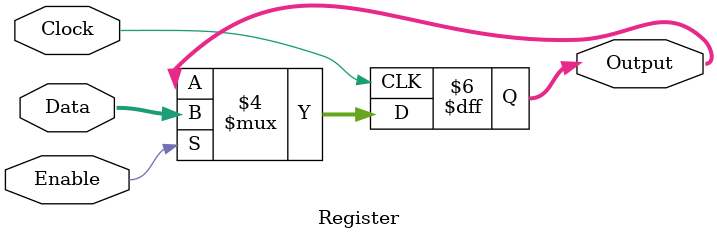
<source format=v>
`timescale 1ns / 1ps


module Register
#( parameter width = 32 )
(
    input [width-1:0] Data,
    input Enable,
    input Clock,
    output reg [width-1:0] Output = 0
);
    always @(posedge Clock)
        if (Enable)
            Output = Data;
endmodule

</source>
